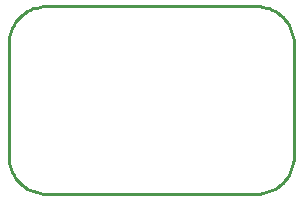
<source format=gko>
G04 EAGLE Gerber RS-274X export*
G75*
%MOMM*%
%FSLAX34Y34*%
%LPD*%
%INBoard Outline*%
%IPPOS*%
%AMOC8*
5,1,8,0,0,1.08239X$1,22.5*%
G01*
%ADD10C,0.254000*%


D10*
X0Y31750D02*
X121Y28983D01*
X482Y26237D01*
X1082Y23533D01*
X1915Y20891D01*
X2975Y18332D01*
X4254Y15875D01*
X5742Y13539D01*
X7428Y11342D01*
X9299Y9299D01*
X11342Y7428D01*
X13539Y5742D01*
X15875Y4254D01*
X18332Y2975D01*
X20891Y1915D01*
X23533Y1082D01*
X26237Y482D01*
X28983Y121D01*
X31750Y0D01*
X209550Y0D01*
X212317Y121D01*
X215063Y482D01*
X217768Y1082D01*
X220409Y1915D01*
X222968Y2975D01*
X225425Y4254D01*
X227761Y5742D01*
X229959Y7428D01*
X232001Y9299D01*
X233872Y11342D01*
X235558Y13539D01*
X237046Y15875D01*
X238325Y18332D01*
X239385Y20891D01*
X240218Y23533D01*
X240818Y26237D01*
X241179Y28983D01*
X241300Y31750D01*
X241300Y127000D01*
X241179Y129767D01*
X240818Y132513D01*
X240218Y135218D01*
X239385Y137859D01*
X238325Y140418D01*
X237046Y142875D01*
X235558Y145211D01*
X233872Y147409D01*
X232001Y149451D01*
X229959Y151322D01*
X227761Y153008D01*
X225425Y154496D01*
X222968Y155775D01*
X220409Y156835D01*
X217768Y157668D01*
X215063Y158268D01*
X212317Y158629D01*
X209550Y158750D01*
X31750Y158750D01*
X28983Y158629D01*
X26237Y158268D01*
X23533Y157668D01*
X20891Y156835D01*
X18332Y155775D01*
X15875Y154496D01*
X13539Y153008D01*
X11342Y151322D01*
X9299Y149451D01*
X7428Y147409D01*
X5742Y145211D01*
X4254Y142875D01*
X2975Y140418D01*
X1915Y137859D01*
X1082Y135218D01*
X482Y132513D01*
X121Y129767D01*
X0Y127000D01*
X0Y31750D01*
M02*

</source>
